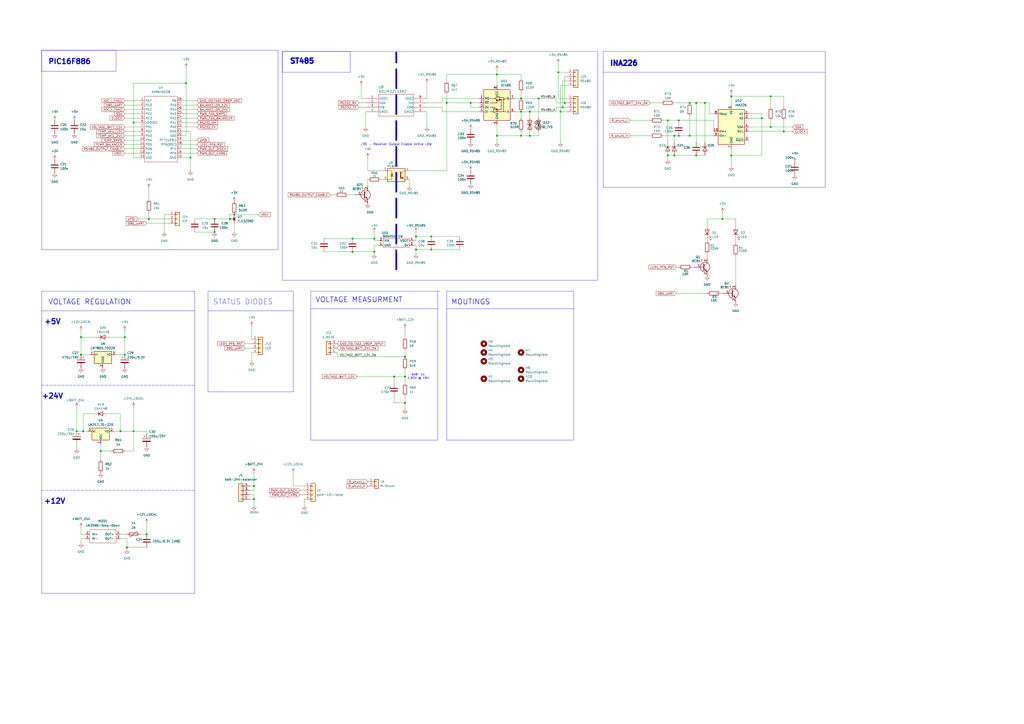
<source format=kicad_sch>
(kicad_sch (version 20231120) (generator "eeschema") (generator_version "8.0")
  (paper "A2")
  (junction (at 58.42 261.62))
  (junction (at 48.26 250.19))
  (junction (at 124.46 127))
  (junction (at 147.32 289.56))
  (junction (at 387.35 90.17))
  (junction (at 441.96 68.58))
  (junction (at 259.08 59.69))
  (junction (at 403.86 59.69))
  (junction (at 124.46 134.62))
  (junction (at 400.05 59.69))
  (junction (at 312.42 57.15))
  (junction (at 234.95 207.01))
  (junction (at 327.66 59.69))
  (junction (at 302.26 78.74))
  (junction (at 288.29 43.18))
  (junction (at 217.17 146.05))
  (junction (at 135.89 124.46))
  (junction (at 77.47 250.19))
  (junction (at 228.6 218.44))
  (junction (at 204.47 138.43))
  (junction (at 110.49 91.44))
  (junction (at 403.86 90.17))
  (junction (at 72.39 205.74))
  (junction (at 447.04 55.88))
  (junction (at 419.1 127))
  (junction (at 307.34 64.77))
  (junction (at 234.95 233.68))
  (junction (at 241.3 144.78))
  (junction (at 133.35 127))
  (junction (at 44.45 250.19))
  (junction (at 69.85 250.19))
  (junction (at 447.04 73.66))
  (junction (at 323.85 41.91))
  (junction (at 326.39 62.23))
  (junction (at 217.17 138.43))
  (junction (at 288.29 78.74))
  (junction (at 250.19 144.78))
  (junction (at 424.18 90.17))
  (junction (at 77.47 71.12))
  (junction (at 393.7 78.74))
  (junction (at 391.16 78.74))
  (junction (at 107.95 48.26))
  (junction (at 393.7 69.85))
  (junction (at 454.66 76.2))
  (junction (at 204.47 146.05))
  (junction (at 147.32 281.94))
  (junction (at 250.19 137.16))
  (junction (at 72.39 195.58))
  (junction (at 85.09 309.88))
  (junction (at 73.66 317.5))
  (junction (at 86.36 127))
  (junction (at 302.26 64.77))
  (junction (at 46.99 195.58))
  (junction (at 302.26 57.15))
  (junction (at 391.16 90.17))
  (junction (at 46.99 205.74))
  (junction (at 307.34 78.74))
  (junction (at 241.3 137.16))
  (junction (at 408.94 59.69))
  (junction (at 400.05 78.74))
  (junction (at 424.18 55.88))
  (junction (at 387.35 69.85))
  (junction (at 234.95 218.44))
  (junction (at 325.12 64.77))
  (junction (at 273.05 59.69))
  (wire (pts (xy 97.79 124.46) (xy 95.25 124.46)))
  (wire (pts (xy 410.21 147.32) (xy 410.21 149.86)))
  (wire (pts (xy 147.32 281.94) (xy 147.32 274.32)))
  (wire (pts (xy 147.32 289.56) (xy 147.32 293.37)))
  (wire (pts (xy 259.08 59.69) (xy 273.05 59.69)))
  (wire (pts (xy 447.04 55.88) (xy 447.04 62.23)))
  (wire (pts (xy 46.99 314.96) (xy 46.99 312.42)))
  (wire (pts (xy 408.94 59.69) (xy 408.94 82.55)))
  (wire (pts (xy 147.32 284.48) (xy 147.32 281.94)))
  (wire (pts (xy 81.28 86.36) (xy 72.39 86.36)))
  (wire (pts (xy 256.54 62.23) (xy 256.54 64.77)))
  (wire (pts (xy 424.18 54.61) (xy 424.18 55.88)))
  (wire (pts (xy 81.28 78.74) (xy 72.39 78.74)))
  (wire (pts (xy 419.1 127) (xy 410.21 127)))
  (wire (pts (xy 228.6 218.44) (xy 234.95 218.44)))
  (wire (pts (xy 73.66 312.42) (xy 69.85 312.42)))
  (wire (pts (xy 72.39 205.74) (xy 72.39 195.58)))
  (wire (pts (xy 424.18 55.88) (xy 447.04 55.88)))
  (wire (pts (xy 48.26 240.03) (xy 48.26 250.19)))
  (wire (pts (xy 411.48 59.69) (xy 408.94 59.69)))
  (wire (pts (xy 387.35 69.85) (xy 393.7 69.85)))
  (wire (pts (xy 176.53 284.48) (xy 173.99 284.48)))
  (wire (pts (xy 234.95 233.68) (xy 234.95 237.49)))
  (wire (pts (xy 322.58 62.23) (xy 322.58 64.77)))
  (wire (pts (xy 298.45 57.15) (xy 302.26 57.15)))
  (wire (pts (xy 410.21 138.43) (xy 410.21 139.7)))
  (wire (pts (xy 256.54 57.15) (xy 278.13 57.15)))
  (wire (pts (xy 241.3 139.7) (xy 241.3 137.16)))
  (polyline (pts (xy 161.29 29.21) (xy 161.29 144.78)))
  (wire (pts (xy 241.3 144.78) (xy 250.19 144.78)))
  (wire (pts (xy 328.93 44.45) (xy 327.66 44.45)))
  (wire (pts (xy 447.04 73.66) (xy 459.74 73.66)))
  (wire (pts (xy 228.6 218.44) (xy 228.6 222.25)))
  (wire (pts (xy 234.95 214.63) (xy 234.95 218.44)))
  (wire (pts (xy 81.28 88.9) (xy 72.39 88.9)))
  (wire (pts (xy 328.93 62.23) (xy 326.39 62.23)))
  (wire (pts (xy 237.49 104.14) (xy 237.49 107.95)))
  (wire (pts (xy 325.12 82.55) (xy 325.12 64.77)))
  (wire (pts (xy 411.48 66.04) (xy 411.48 59.69)))
  (wire (pts (xy 228.6 229.87) (xy 228.6 233.68)))
  (wire (pts (xy 72.39 66.04) (xy 81.28 66.04)))
  (wire (pts (xy 201.93 113.03) (xy 205.74 113.03)))
  (wire (pts (xy 377.19 59.69) (xy 383.54 59.69)))
  (wire (pts (xy 392.43 170.18) (xy 410.21 170.18)))
  (wire (pts (xy 114.3 86.36) (xy 105.41 86.36)))
  (wire (pts (xy 81.28 76.2) (xy 72.39 76.2)))
  (wire (pts (xy 146.05 204.47) (xy 146.05 209.55)))
  (wire (pts (xy 323.85 57.15) (xy 323.85 41.91)))
  (wire (pts (xy 58.42 261.62) (xy 58.42 266.7)))
  (wire (pts (xy 312.42 76.2) (xy 312.42 78.74)))
  (wire (pts (xy 62.23 240.03) (xy 69.85 240.03)))
  (wire (pts (xy 187.96 138.43) (xy 204.47 138.43)))
  (wire (pts (xy 302.26 64.77) (xy 307.34 64.77)))
  (wire (pts (xy 417.83 170.18) (xy 419.1 170.18)))
  (wire (pts (xy 434.34 73.66) (xy 447.04 73.66)))
  (wire (pts (xy 85.09 303.53) (xy 85.09 309.88)))
  (wire (pts (xy 69.85 240.03) (xy 69.85 250.19)))
  (wire (pts (xy 213.36 91.44) (xy 213.36 99.06)))
  (wire (pts (xy 391.16 78.74) (xy 393.7 78.74)))
  (polyline (pts (xy 97.79 144.78) (xy 161.29 144.78)))
  (wire (pts (xy 133.35 127) (xy 133.35 124.46)))
  (wire (pts (xy 387.35 69.85) (xy 387.35 82.55)))
  (wire (pts (xy 278.13 62.23) (xy 273.05 62.23)))
  (wire (pts (xy 302.26 53.34) (xy 302.26 57.15)))
  (wire (pts (xy 241.3 137.16) (xy 241.3 134.62)))
  (wire (pts (xy 325.12 49.53) (xy 328.93 49.53)))
  (polyline (pts (xy 254 255.27) (xy 254 168.91)))
  (wire (pts (xy 144.78 284.48) (xy 147.32 284.48)))
  (wire (pts (xy 247.65 62.23) (xy 256.54 62.23)))
  (wire (pts (xy 105.41 78.74) (xy 107.95 78.74)))
  (wire (pts (xy 273.05 59.69) (xy 278.13 59.69)))
  (wire (pts (xy 247.65 48.26) (xy 247.65 57.15)))
  (wire (pts (xy 114.3 68.58) (xy 105.41 68.58)))
  (wire (pts (xy 217.17 138.43) (xy 217.17 134.62)))
  (wire (pts (xy 80.01 127) (xy 86.36 127)))
  (wire (pts (xy 322.58 59.69) (xy 322.58 57.15)))
  (wire (pts (xy 77.47 91.44) (xy 77.47 71.12)))
  (wire (pts (xy 391.16 90.17) (xy 403.86 90.17)))
  (wire (pts (xy 133.35 124.46) (xy 135.89 124.46)))
  (wire (pts (xy 66.04 250.19) (xy 69.85 250.19)))
  (wire (pts (xy 85.09 250.19) (xy 77.47 250.19)))
  (wire (pts (xy 434.34 68.58) (xy 441.96 68.58)))
  (wire (pts (xy 54.61 240.03) (xy 48.26 240.03)))
  (wire (pts (xy 403.86 59.69) (xy 403.86 82.55)))
  (wire (pts (xy 144.78 289.56) (xy 147.32 289.56)))
  (wire (pts (xy 312.42 57.15) (xy 312.42 68.58)))
  (wire (pts (xy 325.12 64.77) (xy 328.93 64.77)))
  (wire (pts (xy 85.09 129.54) (xy 97.79 129.54)))
  (wire (pts (xy 69.85 250.19) (xy 77.47 250.19)))
  (wire (pts (xy 391.16 59.69) (xy 400.05 59.69)))
  (wire (pts (xy 46.99 195.58) (xy 55.88 195.58)))
  (wire (pts (xy 204.47 146.05) (xy 217.17 146.05)))
  (polyline (pts (xy 180.34 179.07) (xy 254 179.07)))
  (wire (pts (xy 114.3 81.28) (xy 105.41 81.28)))
  (wire (pts (xy 208.28 62.23) (xy 212.09 62.23)))
  (wire (pts (xy 217.17 147.32) (xy 217.17 146.05)))
  (wire (pts (xy 234.95 218.44) (xy 234.95 222.25)))
  (wire (pts (xy 307.34 78.74) (xy 302.26 78.74)))
  (wire (pts (xy 110.49 76.2) (xy 105.41 76.2)))
  (wire (pts (xy 259.08 99.06) (xy 237.49 99.06)))
  (wire (pts (xy 144.78 281.94) (xy 147.32 281.94)))
  (wire (pts (xy 50.8 250.19) (xy 48.26 250.19)))
  (wire (pts (xy 63.5 195.58) (xy 72.39 195.58)))
  (wire (pts (xy 77.47 71.12) (xy 77.47 48.26)))
  (wire (pts (xy 302.26 45.72) (xy 302.26 43.18)))
  (wire (pts (xy 414.02 66.04) (xy 411.48 66.04)))
  (wire (pts (xy 393.7 78.74) (xy 400.05 78.74)))
  (wire (pts (xy 217.17 146.05) (xy 217.17 142.24)))
  (wire (pts (xy 170.18 274.32) (xy 170.18 281.94)))
  (wire (pts (xy 325.12 64.77) (xy 325.12 49.53)))
  (wire (pts (xy 220.98 104.14) (xy 222.25 104.14)))
  (wire (pts (xy 191.77 113.03) (xy 194.31 113.03)))
  (wire (pts (xy 434.34 76.2) (xy 454.66 76.2)))
  (wire (pts (xy 81.28 81.28) (xy 72.39 81.28)))
  (wire (pts (xy 234.95 229.87) (xy 234.95 233.68)))
  (wire (pts (xy 217.17 139.7) (xy 217.17 138.43)))
  (wire (pts (xy 247.65 59.69) (xy 256.54 59.69)))
  (wire (pts (xy 213.36 99.06) (xy 222.25 99.06)))
  (wire (pts (xy 86.36 109.22) (xy 86.36 115.57)))
  (polyline (pts (xy 24.13 180.34) (xy 113.03 180.34)))
  (wire (pts (xy 81.28 73.66) (xy 72.39 73.66)))
  (wire (pts (xy 105.41 91.44) (xy 110.49 91.44)))
  (wire (pts (xy 302.26 78.74) (xy 288.29 78.74)))
  (wire (pts (xy 46.99 312.42) (xy 49.53 312.42)))
  (wire (pts (xy 365.76 69.85) (xy 377.19 69.85)))
  (polyline (pts (xy 24.13 284.48) (xy 113.03 284.48)) (stroke (width 0) (type dash)))
  (polyline (pts (xy 24.13 29.21) (xy 161.29 29.21)))
  (wire (pts (xy 81.28 63.5) (xy 72.39 63.5)))
  (wire (pts (xy 441.96 66.04) (xy 434.34 66.04)))
  (wire (pts (xy 176.53 293.37) (xy 176.53 289.56)))
  (wire (pts (xy 328.93 46.99) (xy 326.39 46.99)))
  (wire (pts (xy 401.32 154.94) (xy 402.59 154.94)))
  (polyline (pts (xy 194.31 100.33) (xy 194.31 100.33)))
  (wire (pts (xy 247.65 73.66) (xy 247.65 64.77)))
  (wire (pts (xy 454.66 55.88) (xy 454.66 62.23)))
  (wire (pts (xy 426.72 148.59) (xy 426.72 165.1)))
  (wire (pts (xy 403.86 59.69) (xy 400.05 59.69)))
  (wire (pts (xy 312.42 57.15) (xy 322.58 57.15)))
  (wire (pts (xy 107.95 39.37) (xy 107.95 48.26)))
  (wire (pts (xy 302.26 43.18) (xy 288.29 43.18)))
  (wire (pts (xy 170.18 281.94) (xy 176.53 281.94)))
  (wire (pts (xy 323.85 41.91) (xy 323.85 36.83)))
  (wire (pts (xy 234.95 190.5) (xy 234.95 195.58)))
  (wire (pts (xy 73.66 317.5) (xy 85.09 317.5)))
  (wire (pts (xy 105.41 63.5) (xy 114.3 63.5)))
  (wire (pts (xy 393.7 69.85) (xy 414.02 69.85)))
  (polyline (pts (xy 120.65 227.33) (xy 170.18 227.33)))
  (wire (pts (xy 85.09 251.46) (xy 85.09 250.19)))
  (wire (pts (xy 234.95 233.68) (xy 228.6 233.68)))
  (wire (pts (xy 81.28 60.96) (xy 72.39 60.96)))
  (wire (pts (xy 72.39 68.58) (xy 81.28 68.58)))
  (wire (pts (xy 81.28 58.42) (xy 72.39 58.42)))
  (wire (pts (xy 259.08 43.18) (xy 288.29 43.18)))
  (wire (pts (xy 81.28 91.44) (xy 77.47 91.44)))
  (wire (pts (xy 77.47 48.26) (xy 107.95 48.26)))
  (wire (pts (xy 110.49 91.44) (xy 110.49 76.2)))
  (wire (pts (xy 288.29 40.64) (xy 288.29 43.18)))
  (wire (pts (xy 58.42 261.62) (xy 58.42 257.81)))
  (wire (pts (xy 113.03 134.62) (xy 124.46 134.62)))
  (wire (pts (xy 241.3 147.32) (xy 241.3 144.78)))
  (wire (pts (xy 195.58 207.01) (xy 195.58 204.47)))
  (wire (pts (xy 365.76 78.74) (xy 377.19 78.74)))
  (wire (pts (xy 195.58 207.01) (xy 234.95 207.01)))
  (wire (pts (xy 113.03 127) (xy 124.46 127)))
  (wire (pts (xy 208.28 59.69) (xy 212.09 59.69)))
  (polyline (pts (xy 170.18 168.91) (xy 120.65 168.91)))
  (wire (pts (xy 454.66 69.85) (xy 454.66 76.2)))
  (wire (pts (xy 447.04 69.85) (xy 447.04 73.66)))
  (polyline (pts (xy 349.885 41.91) (xy 478.79 41.91)))
  (wire (pts (xy 447.04 55.88) (xy 454.66 55.88)))
  (wire (pts (xy 213.36 107.95) (xy 213.36 104.14)))
  (wire (pts (xy 86.36 127) (xy 97.79 127)))
  (wire (pts (xy 400.05 67.31) (xy 400.05 78.74)))
  (wire (pts (xy 147.32 287.02) (xy 147.32 289.56)))
  (wire (pts (xy 424.18 86.36) (xy 424.18 90.17)))
  (wire (pts (xy 81.28 309.88) (xy 85.09 309.88)))
  (wire (pts (xy 392.43 154.94) (xy 393.7 154.94)))
  (wire (pts (xy 44.45 250.19) (xy 44.45 236.22)))
  (wire (pts (xy 387.35 92.71) (xy 387.35 90.17)))
  (wire (pts (xy 323.85 41.91) (xy 328.93 41.91)))
  (wire (pts (xy 307.34 76.2) (xy 307.34 78.74)))
  (wire (pts (xy 250.19 137.16) (xy 266.7 137.16)))
  (wire (pts (xy 302.26 64.77) (xy 302.26 68.58)))
  (polyline (pts (xy 24.13 223.52) (xy 113.03 223.52)) (stroke (width 0) (type dash)))
  (wire (pts (xy 77.47 71.12) (xy 81.28 71.12)))
  (wire (pts (xy 49.53 309.88) (xy 46.99 309.88)))
  (wire (pts (xy 326.39 46.99) (xy 326.39 62.23)))
  (wire (pts (xy 52.07 205.74) (xy 46.99 205.74)))
  (wire (pts (xy 424.18 90.17) (xy 424.18 96.52)))
  (wire (pts (xy 77.47 250.19) (xy 77.47 236.22)))
  (wire (pts (xy 146.05 189.23) (xy 146.05 196.85)))
  (wire (pts (xy 114.3 73.66) (xy 105.41 73.66)))
  (wire (pts (xy 46.99 309.88) (xy 46.99 306.07)))
  (wire (pts (xy 204.47 138.43) (xy 217.17 138.43)))
  (polyline (pts (xy 120.65 180.34) (xy 170.18 180.34)))
  (wire (pts (xy 424.18 55.88) (xy 424.18 60.96)))
  (wire (pts (xy 241.3 137.16) (xy 250.19 137.16)))
  (polyline (pts (xy 180.34 255.27) (xy 254 255.27)))
  (polyline (pts (xy 24.13 144.78) (xy 24.13 29.21)))
  (wire (pts (xy 209.55 57.15) (xy 209.55 49.53)))
  (polyline (pts (xy 259.08 179.07) (xy 332.74 179.07)))
  (wire (pts (xy 105.41 83.82) (xy 114.3 83.82)))
  (wire (pts (xy 288.29 43.18) (xy 288.29 49.53)))
  (wire (pts (xy 135.89 129.54) (xy 135.89 134.62)))
  (wire (pts (xy 46.99 205.74) (xy 46.99 195.58)))
  (wire (pts (xy 212.09 57.15) (xy 209.55 57.15)))
  (polyline (pts (xy 229.87 156.21) (xy 229.87 30.48)) (stroke (width 1) (type dash)))
  (wire (pts (xy 307.34 64.77) (xy 322.58 64.77)))
  (polyline (pts (xy 254 168.91) (xy 180.34 168.91)))
  (wire (pts (xy 73.66 317.5) (xy 73.66 318.77)))
  (wire (pts (xy 207.01 218.44) (xy 228.6 218.44)))
  (wire (pts (xy 64.77 261.62) (xy 58.42 261.62)))
  (wire (pts (xy 273.05 62.23) (xy 273.05 59.69)))
  (wire (pts (xy 250.19 144.78) (xy 266.7 144.78)))
  (wire (pts (xy 426.72 127) (xy 426.72 130.81)))
  (wire (pts (xy 424.18 90.17) (xy 441.96 90.17)))
  (wire (pts (xy 107.95 48.26) (xy 107.95 78.74)))
  (polyline (pts (xy 120.65 227.33) (xy 120.65 168.91)))
  (wire (pts (xy 410.21 127) (xy 410.21 130.81)))
  (wire (pts (xy 219.71 139.7) (xy 217.17 139.7)))
  (wire (pts (xy 77.47 261.62) (xy 77.47 250.19)))
  (wire (pts (xy 212.09 73.66) (xy 212.09 64.77)))
  (wire (pts (xy 419.1 127) (xy 426.72 127)))
  (wire (pts (xy 241.3 144.78) (xy 241.3 142.24)))
  (wire (pts (xy 72.39 195.58) (xy 72.39 191.77)))
  (wire (pts (xy 298.45 64.77) (xy 302.26 64.77)))
  (wire (pts (xy 384.81 78.74) (xy 391.16 78.74)))
  (wire (pts (xy 124.46 127) (xy 133.35 127)))
  (wire (pts (xy 217.17 142.24) (xy 219.71 142.24)))
  (wire (pts (xy 135.89 124.46) (xy 149.86 124.46)))
  (wire (pts (xy 393.7 69.85) (xy 393.7 71.12)))
  (wire (pts (xy 384.81 69.85) (xy 387.35 69.85)))
  (wire (pts (xy 426.72 138.43) (xy 426.72 140.97)))
  (wire (pts (xy 86.36 123.19) (xy 86.36 127)))
  (wire (pts (xy 454.66 76.2) (xy 459.74 76.2)))
  (wire (pts (xy 73.66 312.42) (xy 73.66 317.5)))
  (wire (pts (xy 95.25 124.46) (xy 95.25 134.62)))
  (wire (pts (xy 312.42 78.74) (xy 307.34 78.74)))
  (wire (pts (xy 259.08 46.99) (xy 259.08 43.18)))
  (wire (pts (xy 328.93 59.69) (xy 327.66 59.69)))
  (wire (pts (xy 400.05 78.74) (xy 414.02 78.74)))
  (wire (pts (xy 391.16 78.74) (xy 391.16 82.55)))
  (wire (pts (xy 110.49 99.06) (xy 110.49 91.44)))
  (wire (pts (xy 142.24 199.39) (xy 146.05 199.39)))
  (wire (pts (xy 327.66 44.45) (xy 327.66 59.69)))
  (wire (pts (xy 105.41 60.96) (xy 114.3 60.96)))
  (polyline (pts (xy 170.18 227.33) (xy 170.18 168.91)))
  (polyline (pts (xy 180.34 168.91) (xy 180.34 255.27)))
  (wire (pts (xy 72.39 261.62) (xy 77.47 261.62)))
  (wire (pts (xy 408.94 59.69) (xy 403.86 59.69)))
  (wire (pts (xy 387.35 90.17) (xy 391.16 90.17)))
  (polyline (pts (xy 254 168.91) (xy 255.27 168.91)))
  (wire (pts (xy 441.96 90.17) (xy 441.96 68.58)))
  (wire (pts (xy 441.96 68.58) (xy 441.96 66.04)))
  (wire (pts (xy 81.28 83.82) (xy 72.39 83.82)))
  (wire (pts (xy 241.3 142.24) (xy 240.03 142.24)))
  (wire (pts (xy 67.31 205.74) (xy 72.39 205.74)))
  (wire (pts (xy 302.26 57.15) (xy 312.42 57.15)))
  (wire (pts (xy 256.54 59.69) (xy 256.54 57.15)))
  (wire (pts (xy 419.1 123.19) (xy 419.1 127)))
  (wire (pts (xy 326.39 62.23) (xy 322.58 62.23)))
  (wire (pts (xy 256.54 64.77) (xy 278.13 64.77)))
  (polyline (pts (xy 24.13 144.78) (xy 97.79 144.78)))
  (wire (pts (xy 327.66 59.69) (xy 322.58 59.69)))
  (wire (pts (xy 403.86 90.17) (xy 408.94 90.17)))
  (wire (pts (xy 234.95 203.2) (xy 234.95 207.01)))
  (wire (pts (xy 176.53 287.02) (xy 173.99 287.02)))
  (wire (pts (xy 414.02 69.85) (xy 414.02 76.2)))
  (wire (pts (xy 240.03 139.7) (xy 241.3 139.7)))
  (wire (pts (xy 259.08 59.69) (xy 259.08 99.06)))
  (wire (pts (xy 144.78 287.02) (xy 147.32 287.02)))
  (wire (pts (xy 187.96 146.05) (xy 204.47 146.05)))
  (wire (pts (xy 259.08 54.61) (xy 259.08 59.69)))
  (wire (pts (xy 288.29 72.39) (xy 288.29 78.74)))
  (wire (pts (xy 328.93 57.15) (xy 323.85 57.15)))
  (wire (pts (xy 142.24 201.93) (xy 146.05 201.93)))
  (wire (pts (xy 48.26 250.19) (xy 44.45 250.19)))
  (wire (pts (xy 105.41 66.04) (xy 114.3 66.04)))
  (wire (pts (xy 46.99 195.58) (xy 46.99 191.77)))
  (wire (pts (xy 114.3 58.42) (xy 105.41 58.42)))
  (wire (pts (xy 288.29 78.74) (xy 288.29 82.55)))
  (wire (pts (xy 69.85 309.88) (xy 73.66 309.88)))
  (wire (pts (xy 114.3 88.9) (xy 105.41 88.9)))
  (wire (pts (xy 302.26 76.2) (xy 302.26 78.74)))
  (wire (pts (xy 307.34 64.77) (xy 307.34 68.58)))
  (wire (pts (xy 114.3 71.12) (xy 105.41 71.12)))
  (wire (pts (xy 44.45 257.81) (xy 44.45 260.35)))
  (rectangle (start 259.08 168.91) (end 332.74 255.27))
  (rectangle (start 163.83 29.845) (end 346.71 162.56))
  (rectangle (start 24.13 29.21) (end 67.31 41.275))
  (rectangle (start 163.83 29.845) (end 203.2 41.91))
  (rectangle (start 349.885 29.845) (end 478.79 108.585))
  (rectangle (start 24.13 168.91) (end 113.03 344.17))
  (text "+24V" (at 30.48 229.87 0) (effects (font (size 3 3) (bold yes))))
  (text "6k8  1k\n1,92V @ 15V" (at 242.57 218.44 0) (effects (font (size 1.27 1.27))))
  (text "INA226\n" (at 361.95 36.83 0) (effects (font (size 3 3) (thickness 0.8) (bold yes))))
  (text "+12V" (at 31.75 290.83 0) (effects (font (size 3 3) (bold yes))))
  (text "+5V" (at 30.48 186.69 0) (effects (font (size 3 3) (bold yes))))
  (text "PIC16F886" (at 40.386 35.814 0) (effects (font (size 3 3) (thickness 0.6) (bold yes))))
  (text "MOUTINGS" (at 273.05 175.26 0) (effects (font (size 3 3) (thickness 0.254) (bold yes))))
  (text "VOLTAGE MEASURMENT" (at 208.28 173.99 0) (effects (font (size 3 3) (thickness 0.254) (bold yes))))
  (text "ST485" (at 175.26 35.56 0) (effects (font (size 3 3) (thickness 0.8) (bold yes))))
  (text "VOLTAGE REGULATION" (at 52.07 175.26 0) (effects (font (size 3 3) (thickness 0.254) (bold yes))))
  (text "/RE - Receiver Output Enable Active LOW" (at 229.87 83.82 0) (effects (font (size 1.27 1.27))))
  (text "STATUS DIODES" (at 140.97 175.26 0) (effects (font (size 3 3))))
  (label "RS485_A" (at 313.69 64.77 0))
  (label "RS485_B" (at 313.69 57.15 0))
  (label "VOLTAGE_BATT_12V_3W" (at 196.85 207.01 0))
  (global_label "R_shunt_L" (shape input) (at 365.76 69.85 180) (property "Intersheetrefs" "${INTERSHEET_REFS}" (effects (hide yes))))
  (global_label "VOLTAGE_BATT_12V" (shape input) (at 207.01 218.44 180) (property "Intersheetrefs" "${INTERSHEET_REFS}" (effects (hide yes))))
  (global_label "DBG_UART" (shape input) (at 392.43 170.18 180) (property "Intersheetrefs" "${INTERSHEET_REFS}" (effects (hide yes))))
  (global_label "TEMP_AKU_12V" (shape input) (at 72.39 76.2 180) (property "Intersheetrefs" "${INTERSHEET_REFS}" (effects (hide yes))))
  (global_label "PWM_FAN_SMPS" (shape input) (at 114.3 66.04 0) (property "Intersheetrefs" "${INTERSHEET_REFS}" (effects (hide yes))))
  (global_label "RS232_RX" (shape input) (at 208.28 59.69 180) (property "Intersheetrefs" "${INTERSHEET_REFS}" (effects (hide yes))))
  (global_label "ADC_I_FAN1" (shape input) (at 72.39 58.42 180) (property "Intersheetrefs" "${INTERSHEET_REFS}" (effects (hide yes))))
  (global_label "TEMP_AKU_24V" (shape input) (at 72.39 78.74 180) (property "Intersheetrefs" "${INTERSHEET_REFS}" (effects (hide yes))))
  (global_label "SDA" (shape input) (at 459.74 73.66 0) (property "Intersheetrefs" "${INTERSHEET_REFS}" (effects (hide yes))))
  (global_label "PWM_OUT_CHRG" (shape input) (at 114.3 88.9 0) (property "Intersheetrefs" "${INTERSHEET_REFS}" (effects (hide yes))))
  (global_label "SDA" (shape input) (at 72.39 66.04 180) (property "Intersheetrefs" "${INTERSHEET_REFS}" (effects (hide yes))))
  (global_label "PWM_OUT_DISCH" (shape input) (at 173.99 284.48 180) (property "Intersheetrefs" "${INTERSHEET_REFS}" (effects (hide yes))))
  (global_label "R_shunt_H" (shape input) (at 365.76 78.74 180) (property "Intersheetrefs" "${INTERSHEET_REFS}" (effects (hide yes))))
  (global_label "VOLTAGE_BATT_12V" (shape input) (at 72.39 73.66 180) (property "Intersheetrefs" "${INTERSHEET_REFS}" (effects (hide yes))))
  (global_label "BALANCE_ON_12V" (shape input) (at 114.3 60.96 0) (property "Intersheetrefs" "${INTERSHEET_REFS}" (effects (hide yes))))
  (global_label "LED1_PF6_RST" (shape input) (at 142.24 199.39 180) (property "Intersheetrefs" "${INTERSHEET_REFS}" (effects (hide yes))))
  (global_label "GND_VOLTAGE_DROP_ADC" (shape input) (at 114.3 58.42 0) (property "Intersheetrefs" "${INTERSHEET_REFS}" (effects (hide yes))))
  (global_label "CLOCK" (shape input) (at 459.74 76.2 0) (property "Intersheetrefs" "${INTERSHEET_REFS}" (effects (hide yes))))
  (global_label "R_shunt_L" (shape input) (at 213.36 279.4 180) (property "Intersheetrefs" "${INTERSHEET_REFS}" (effects (hide yes))))
  (global_label "LED1_PF6_RST" (shape input) (at 114.3 83.82 0) (property "Intersheetrefs" "${INTERSHEET_REFS}" (effects (hide yes))))
  (global_label "TEMP_SMPS" (shape input) (at 72.39 81.28 180) (property "Intersheetrefs" "${INTERSHEET_REFS}" (effects (hide yes))))
  (global_label "RS485_OUTPUT_ENABLE" (shape input) (at 191.77 113.03 180) (property "Intersheetrefs" "${INTERSHEET_REFS}" (effects (hide yes))))
  (global_label "RS232_TX" (shape input) (at 208.28 62.23 180) (property "Intersheetrefs" "${INTERSHEET_REFS}" (effects (hide yes))))
  (global_label "DBG_UART" (shape input) (at 142.24 201.93 180) (property "Intersheetrefs" "${INTERSHEET_REFS}" (effects (hide yes))))
  (global_label "GND_VOLTAGE_DROP_INPUT" (shape input) (at 195.58 199.39 0) (property "Intersheetrefs" "${INTERSHEET_REFS}" (effects (hide yes))))
  (global_label "DBG_UART" (shape input) (at 72.39 60.96 180) (property "Intersheetrefs" "${INTERSHEET_REFS}" (effects (hide yes))))
  (global_label "VOLTAGE_BATT_24V_3W" (shape input) (at 377.19 59.69 180) (property "Intersheetrefs" "${INTERSHEET_REFS}" (effects (hide yes))))
  (global_label "ADC_I_FAN2" (shape input) (at 72.39 63.5 180) (property "Intersheetrefs" "${INTERSHEET_REFS}" (effects (hide yes))))
  (global_label "PWM_OUT_DISCH" (shape input) (at 114.3 86.36 0) (property "Intersheetrefs" "${INTERSHEET_REFS}" (effects (hide yes))))
  (global_label "PWM_OUT_CHRG" (shape input) (at 173.99 287.02 180) (property "Intersheetrefs" "${INTERSHEET_REFS}" (effects (hide yes))))
  (global_label "LED1_PF6_RST" (shape input) (at 392.43 154.94 180) (property "Intersheetrefs" "${INTERSHEET_REFS}" (effects (hide yes))))
  (global_label "R_shunt_H" (shape input) (at 213.36 281.94 180) (property "Intersheetrefs" "${INTERSHEET_REFS}" (effects (hide yes))))
  (global_label "CLOCK" (shape input) (at 72.39 68.58 180) (property "Intersheetrefs" "${INTERSHEET_REFS}" (effects (hide yes))))
  (global_label "UPDI" (shape input) (at 114.3 81.28 0) (property "Intersheetrefs" "${INTERSHEET_REFS}" (effects (hide yes))))
  (global_label "RS232_RX" (shape input) (at 114.3 71.12 0) (property "Intersheetrefs" "${INTERSHEET_REFS}" (effects (hide yes))))
  (global_label "BALANCE_ON_24V" (shape input) (at 114.3 63.5 0) (property "Intersheetrefs" "${INTERSHEET_REFS}" (effects (hide yes))))
  (global_label "RS232_TX" (shape input) (at 114.3 73.66 0) (property "Intersheetrefs" "${INTERSHEET_REFS}" (effects (hide yes))))
  (global_label "UPDI" (shape input) (at 80.01 127 180) (property "Intersheetrefs" "${INTERSHEET_REFS}" (effects (hide yes))))
  (global_label "DBG_UART" (shape input) (at 85.09 129.54 180) (property "Intersheetrefs" "${INTERSHEET_REFS}" (effects (hide yes))))
  (global_label "VOLTAGE_BATT_24V_3W" (shape input) (at 195.58 201.93 0) (property "Intersheetrefs" "${INTERSHEET_REFS}" (effects (hide yes))))
  (global_label "VREF" (shape input) (at 149.86 124.46 0) (property "Intersheetrefs" "${INTERSHEET_REFS}" (effects (hide yes))))
  (global_label "PWM_FAN_BALANCER" (shape input) (at 114.3 68.58 0) (property "Intersheetrefs" "${INTERSHEET_REFS}" (effects (hide yes))))
  (global_label "TEMP_BALANCER" (shape input) (at 72.39 83.82 180) (property "Intersheetrefs" "${INTERSHEET_REFS}" (effects (hide yes))))
  (global_label "VREF" (shape input) (at 72.39 88.9 180) (property "Intersheetrefs" "${INTERSHEET_REFS}" (effects (hide yes))))
  (global_label "RS485_OUTPUT_ENABLE" (shape input) (at 72.39 86.36 180) (property "Intersheetrefs" "${INTERSHEET_REFS}" (effects (hide yes))))
  (symbol (lib_id "Transistor_BJT:BC817") (at 210.82 113.03 0) (unit 1)
    (property "Reference" "Q21" (at 206.756 107.188 0) (effects (justify left)))
    (property "Value" "BC817" (at 204.47 109.474 0) (effects (justify left)))
    (property "Footprint" "Package_TO_SOT_SMD:SOT-23" (effects (hide yes)))
    (property "Datasheet" "http://www.fairchildsemi.com/ds/BC/BC817.pdf" (effects (hide yes)))
  )
  (symbol (lib_id "power:GND") (at 31.75 77.47 0) (unit 1)
    (property "Reference" "#PWR068" (effects (hide yes)))
    (property "Value" "GND" (at 31.75 82.55 0))
    (property "Description" "Power symbol creates a global label with name \"GND\" , ground" (effects (hide yes)))
  )
  (symbol (lib_id "power:GND") (at 58.42 274.32 0) (unit 1)
    (property "Reference" "#PWR090" (effects (hide yes)))
    (property "Value" "GND" (at 58.42 279.4 0))
    (property "Description" "Power symbol creates a global label with name \"GND\" , ground" (effects (hide yes)))
  )
  (symbol (lib_id "Device:C") (at 85.09 313.69 0) (unit 1)
    (property "Reference" "C24" (at 78.74 312.928 0) (effects (justify left)))
    (property "Value" "100u/6,3V (JA8)" (at 88.392 313.944 0) (effects (justify left)))
    (property "Footprint" "Capacitor_Tantalum_SMD:CP_EIA-3528-21_Kemet-B" (effects (hide yes)))
    (property "Description" "VISHAY TMCU SMD CODE JA8" (effects (hide yes)))
  )
  (symbol (lib_id "Device:R") (at 447.04 66.04 0) (unit 1)
    (property "Reference" "R75" (at 449.58 64.7699 0) (effects (justify left)))
    (property "Value" "10k" (at 449.58 67.3099 0) (effects (justify left)))
    (property "Footprint" "Resistor_SMD:R_0805_2012Metric_Pad1.20x1.40mm_HandSolder" (effects (hide yes)))
    (property "Description" "Resistor" (effects (hide yes)))
  )
  (symbol (lib_id "Device:R") (at 234.95 210.82 0) (unit 1)
    (property "Reference" "R59" (at 237.49 209.5499 0) (effects (justify left)))
    (property "Value" "6k8" (at 237.49 212.0899 0) (effects (justify left)))
    (property "Footprint" "Resistor_SMD:R_0805_2012Metric_Pad1.20x1.40mm_HandSolder" (effects (hide yes)))
    (property "Description" "Resistor" (effects (hide yes)))
  )
  (symbol (lib_id "Device:R") (at 259.08 50.8 0) (unit 1)
    (property "Reference" "R67" (at 261.62 49.5299 0) (effects (justify left)))
    (property "Value" "4k7" (at 261.62 52.0699 0) (effects (justify left)))
    (property "Footprint" "Resistor_SMD:R_0805_2012Metric_Pad1.20x1.40mm_HandSolder" (effects (hide yes)))
    (property "Description" "Resistor" (effects (hide yes)))
  )
  (symbol (lib_id "power:+5V") (at 146.05 189.23 0) (unit 1)
    (property "Reference" "#PWR075" (effects (hide yes)))
    (property "Value" "+5V" (at 146.05 184.15 0))
    (property "Description" "Power symbol creates a global label with name \"+5V\"" (effects (hide yes)))
  )
  (symbol (lib_id "Device:R") (at 400.05 63.5 180) (unit 1)
    (property "Reference" "R74" (at 394.208 62.23 0) (effects (justify right)))
    (property "Value" "0R" (at 394.208 64.77 0) (effects (justify right)))
    (property "Footprint" "Resistor_SMD:R_0805_2012Metric_Pad1.20x1.40mm_HandSolder" (effects (hide yes)))
    (property "Description" "Resistor" (effects (hide yes)))
  )
  (symbol (lib_id "power:GND") (at 59.69 213.36 0) (unit 1)
    (property "Reference" "#PWR091" (effects (hide yes)))
    (property "Value" "GND" (at 59.69 218.44 0))
    (property "Description" "Power symbol creates a global label with name \"GND\" , ground" (effects (hide yes)))
  )
  (symbol (lib_id "power:GND") (at 387.35 92.71 0) (unit 1)
    (property "Reference" "#PWR0117" (effects (hide yes)))
    (property "Value" "GND" (at 387.35 97.79 0))
    (property "Description" "Power symbol creates a global label with name \"GND\" , ground" (effects (hide yes)))
  )
  (symbol (lib_id "Device:R") (at 414.02 170.18 270) (unit 1)
    (property "Reference" "R3" (at 415.798 172.212 90) (effects (justify right)))
    (property "Value" "10K" (at 416.052 174.244 90) (effects (justify right)))
    (property "Footprint" "Resistor_SMD:R_0805_2012Metric_Pad1.20x1.40mm_HandSolder" (effects (hide yes)))
    (property "Description" "Resistor" (effects (hide yes)))
  )
  (symbol (lib_id "Diode:PTVS5V0Z1USK") (at 408.94 86.36 90) (mirror x) (unit 1)
    (property "Reference" "D25" (at 410.464 84.328 90) (effects (justify right)))
    (property "Value" "PTVS5V0Z1USK" (effects (hide yes)))
    (property "Footprint" "Diode_SMD:D_SOD-123" (effects (hide yes)))
    (property "Datasheet" "https://assets.nexperia.com/documents/data-sheet/PTVS5V0Z1USK.pdf" (effects (hide yes)))
    (property "Description" "5V, 1200W TVS unidirectional diode, DSN1608-2" (effects (hide yes)))
  )
  (symbol (lib_id "power:GND") (at 288.29 82.55 0) (unit 1)
    (property "Reference" "#PWR0114" (effects (hide yes)))
    (property "Value" "GND_RS485" (at 288.29 87.63 0))
    (property "Description" "Power symbol creates a global label with name \"GND\" , ground" (effects (hide yes)))
  )
  (symbol (lib_id "power:GND") (at 95.25 134.62 0) (unit 1)
    (property "Reference" "#PWR082" (effects (hide yes)))
    (property "Value" "GND" (at 95.25 139.7 0))
    (property "Description" "Power symbol creates a global label with name \"GND\" , ground" (effects (hide yes)))
  )
  (symbol (lib_id "Reference_Voltage:TL432DBZ") (at 135.89 127 90) (unit 1)
    (property "Reference" "U7" (at 137.668 125.7878 90) (effects (justify right)))
    (property "Value" "TL432DBZ" (at 137.668 128.2121 90) (effects (justify right)))
    (property "Footprint" "Package_TO_SOT_SMD:SOT-23" (effects (hide yes)))
    (property "Datasheet" "http://www.ti.com/lit/ds/symlink/tl431.pdf" (effects (hide yes)))
    (property "Description" "Shunt Regulator, SOT-23" (effects (hide yes)))
  )
  (symbol (lib_id "power:GND") (at 213.36 118.11 0) (unit 1)
    (property "Reference" "#PWR0101" (effects (hide yes)))
    (property "Value" "GND" (at 214.63 123.19 0))
    (property "Description" "Power symbol creates a global label with name \"GND\" , ground" (effects (hide yes)))
  )
  (symbol (lib_id "power:GND") (at 410.21 160.02 0) (unit 1)
    (property "Reference" "#PWR05" (effects (hide yes)))
    (property "Value" "GND" (at 410.21 165.1 0))
    (property "Description" "Power symbol creates a global label with name \"GND\" , ground" (effects (hide yes)))
  )
  (symbol (lib_id "power:GND") (at 176.53 293.37 0) (unit 1)
    (property "Reference" "#PWR04" (effects (hide yes)))
    (property "Value" "GND" (at 176.53 297.434 0))
    (property "Description" "Power symbol creates a global label with name \"GND\" , ground" (effects (hide yes)))
  )
  (symbol (lib_id "My-Lib:B0505S-1W") (at 229.87 140.97 0) (unit 1)
    (property "Reference" "U10" (at 223.266 135.128 0))
    (property "Value" "B0505S-1W" (at 227.838 137.16 0))
    (property "Footprint" "My-Footprints:B0505S" (effects (hide yes)))
  )
  (symbol (lib_id "Device:R") (at 454.66 66.04 0) (unit 1)
    (property "Reference" "R76" (at 457.2 64.7699 0) (effects (justify left)))
    (property "Value" "10k" (at 457.2 67.3099 0) (effects (justify left)))
    (property "Footprint" "Resistor_SMD:R_0805_2012Metric_Pad1.20x1.40mm_HandSolder" (effects (hide yes)))
    (property "Description" "Resistor" (effects (hide yes)))
  )
  (symbol (lib_id "Mechanical:MountingHole") (at 280.67 209.55 0) (unit 1) (exclude_from_sim yes) (in_bom no)
    (property "Reference" "H3" (at 283.21 208.2799 0) (effects (justify left)))
    (property "Value" "MountingHole" (at 283.21 210.8199 0) (effects (justify left)))
    (property "Footprint" "My-Footprints:Mount-Hole-3mm" (effects (hide yes)))
    (property "Description" "Mounting Hole without connection" (effects (hide yes)))
  )
  (symbol (lib_id "Connector_Generic:Conn_01x03") (at 102.87 127 0) (unit 1)
    (property "Reference" "J14" (at 105.41 125.7299 0) (effects (justify left)))
    (property "Value" "ICP" (at 105.41 128.2699 0) (effects (justify left)))
    (property "Footprint" "My-Footprints-connectors:JST_XA_1x03_P2.54mm_Vertical" (effects (hide yes)))
    (property "Description" "Generic connector, single row, 01x03, script generated (kicad-library-utils/schlib/autogen/connector/)" (effects (hide yes)))
  )
  (symbol (lib_id "Interface_UART:ST485EBDR") (at 288.29 59.69 0) (unit 1)
    (property "Reference" "U11" (at 290.4841 46.99 0) (effects (justify left)))
    (property "Value" "ST485" (at 290.4841 49.53 0) (effects (justify left)))
    (property "Footprint" "Package_SO:SOIC-8_3.9x4.9mm_P1.27mm" (effects (hide yes)))
    (property "Datasheet" "http://www.st.com/resource/en/datasheet/st485eb.pdf" (effects (hide yes)))
    (property "Description" "Half duplex RS-485/RS-422, 5 Mbps, ±15kV electro-static discharge (ESD) protection, no slew-rate, with low-power shutdown, with receiver/driver enable, 256 transceiver on the bus - 40 to 85 °C, SOIC-8" (effects (hide yes)))
  )
  (symbol (lib_id "power:GND") (at 44.45 260.35 0) (unit 1)
    (property "Reference" "#PWR086" (effects (hide yes)))
    (property "Value" "GND" (at 44.45 265.43 0))
    (property "Description" "Power symbol creates a global label with name \"GND\" , ground" (effects (hide yes)))
  )
  (symbol (lib_id "power:GND") (at 110.49 99.06 0) (unit 1)
    (property "Reference" "#PWR084" (effects (hide yes)))
    (property "Value" "GND" (at 110.49 104.14 0))
    (property "Description" "Power symbol creates a global label with name \"GND\" , ground" (effects (hide yes)))
  )
  (symbol (lib_id "Device:C") (at 266.7 140.97 0) (unit 1)
    (property "Reference" "C39" (at 259.08 139.954 0) (effects (justify left)))
    (property "Value" "100n" (at 259.08 142.24 0) (effects (justify left)))
    (property "Footprint" "Capacitor_SMD:C_0805_2012Metric_Pad1.18x1.45mm_HandSolder" (effects (hide yes)))
    (property "Description" "Unpolarized capacitor" (effects (hide yes)))
  )
  (symbol (lib_id "Device:C") (at 31.75 73.66 0) (unit 1)
    (property "Reference" "C20" (at 34.798 72.39 0) (effects (justify left)))
    (property "Value" "100n" (at 34.798 74.93 0) (effects (justify left)))
    (property "Footprint" "Capacitor_SMD:C_0805_2012Metric_Pad1.18x1.45mm_HandSolder" (effects (hide yes)))
    (property "Description" "Unpolarized capacitor" (effects (hide yes)))
  )
  (symbol (lib_id "Device:C_Polarized") (at 85.09 255.27 0) (unit 1)
    (property "Reference" "C30" (at 86.36 250.444 0) (effects (justify left)))
    (property "Value" "100u/25V" (at 86.36 252.984 0) (effects (justify left)))
    (property "Footprint" "Capacitor_THT:CP_Radial_D8.0mm_P2.50mm" (effects (hide yes)))
    (property "Description" "Polarized capacitor" (effects (hide yes)))
  )
  (symbol (lib_id "Device:R") (at 381 78.74 90) (unit 1)
    (property "Reference" "R72" (at 381 73.5795 90))
    (property "Value" "10R" (at 381 76.0038 90))
    (property "Footprint" "Resistor_SMD:R_0805_2012Metric_Pad1.20x1.40mm_HandSolder" (effects (hide yes)))
    (property "Description" "Resistor" (effects (hide yes)))
  )
  (symbol (lib_id "Diode:1N4148") (at 58.42 240.03 0) (unit 1)
    (property "Reference" "D19" (at 58.42 234.6155 0))
    (property "Value" "1N4148" (at 58.42 237.0398 0))
    (property "Footprint" "Diode_SMD:D_MiniMELF" (effects (hide yes)))
    (property "Datasheet" "https://assets.nexperia.com/documents/data-sheet/1N4148_1N4448.pdf" (effects (hide yes)))
    (property "Description" "100V 0.15A standard switching diode, DO-35" (effects (hide yes)))
    (property "Sim.Device" "D" (effects (hide yes)))
    (property "Sim.Pins" "1=K 2=A" (effects (hide yes)))
  )
  (symbol (lib_id "power:GND") (at 461.01 101.6 0) (unit 1)
    (property "Reference" "#PWR0121" (effects (hide yes)))
    (property "Value" "GND" (at 461.01 106.68 0))
    (property "Description" "Power symbol creates a global label with name \"GND\" , ground" (effects (hide yes)))
  )
  (symbol (lib_id "Device:R") (at 397.51 154.94 270) (unit 1)
    (property "Reference" "R1" (at 399.288 157.226 90) (effects (justify right)))
    (property "Value" "10K" (at 399.542 159.004 90) (effects (justify right)))
    (property "Footprint" "Resistor_SMD:R_0805_2012Metric_Pad1.20x1.40mm_HandSolder" (effects (hide yes)))
    (property "Description" "Resistor" (effects (hide yes)))
  )
  (symbol (lib_id "power:GND") (at 237.49 107.95 0) (unit 1)
    (property "Reference" "#PWR0104" (effects (hide yes)))
    (property "Value" "GND_RS485" (at 237.236 112.014 0))
    (property "Description" "Power symbol creates a global label with name \"GND\" , ground" (effects (hide yes)))
  )
  (symbol (lib_id "power:+5V") (at 72.39 191.77 0) (unit 1)
    (property "Reference" "#PWR094" (effects (hide yes)))
    (property "Value" "+5V" (at 72.39 186.69 0))
    (property "Description" "Power symbol creates a global label with name \"+5V\"" (effects (hide yes)))
  )
  (symbol (lib_id "Mechanical:MountingHole") (at 302.26 204.47 0) (unit 1) (exclude_from_sim yes) (in_bom no)
    (property "Reference" "H7" (at 304.8 203.1999 0) (effects (justify left)))
    (property "Value" "MountingHole" (at 304.8 205.7399 0) (effects (justify left)))
    (property "Footprint" "My-Footprints:Mount-Hole-3mm" (effects (hide yes)))
    (property "Description" "Mounting Hole without connection" (effects (hide yes)))
  )
  (symbol (lib_id "power:+5V") (at 135.89 116.84 0) (unit 1)
    (property "Reference" "#PWR092" (effects (hide yes)))
    (property "Value" "+5V" (at 135.89 111.76 0))
    (property "Description" "Power symbol creates a global label with name \"+5V\"" (effects (hide yes)))
  )
  (symbol (lib_id "Device:R") (at 217.17 104.14 90) (unit 1)
    (property "Reference" "R66" (at 217.17 100.33 90))
    (property "Value" "1k" (at 217.17 102.108 90))
    (property "Footprint" "Resistor_SMD:R_0805_2012Metric_Pad1.20x1.40mm_HandSolder" (effects (hide yes)))
    (property "Description" "Resistor" (effects (hide yes)))
  )
  (symbol (lib_id "Mechanical:MountingHole") (at 280.67 199.39 0) (unit 1) (exclude_from_sim yes) (in_bom no)
    (property "Reference" "H5" (at 283.21 198.1199 0) (effects (justify left)))
    (property "Value" "MountingHole" (at 283.21 200.6599 0) (effects (justify left)))
    (property "Footprint" "My-Footprints:Mount-Hole-3mm" (effects (hide yes)))
    (property "Description" "Mounting Hole without connection" (effects (hide yes)))
  )
  (symbol (lib_id "Device:C") (at 43.18 73.66 0) (unit 1)
    (property "Reference" "C22" (at 46.228 72.39 0) (effects (justify left)))
    (property "Value" "10u" (at 46.228 74.93 0) (effects (justify left)))
    (property "Footprint" "Capacitor_SMD:C_0805_2012Metric_Pad1.18x1.45mm_HandSolder" (effects (hide yes)))
    (property "Description" "Unpolarized capacitor" (effects (hide yes)))
  )
  (symbol (lib_id "power:GND") (at 124.46 134.62 0) (unit 1)
    (property "Reference" "#PWR089" (effects (hide yes)))
    (property "Value" "GND" (at 124.46 139.7 0))
    (property "Description" "Power symbol creates a global label with name \"GND\" , ground" (effects (hide yes)))
  )
  (symbol (lib_id "Device:C") (at 403.86 86.36 0) (unit 1)
    (property "Reference" "C36" (at 396.494 85.598 0) (effects (justify left)))
    (property "Value" "100n" (at 455.422 91.44 0) (effects (justify left)))
    (property "Footprint" "Resistor_SMD:R_0805_2012Metric_Pad1.20x1.40mm_HandSolder" (effects (hide yes)))
    (property "Description" "Unpolarized capacitor" (effects (hide yes)))
  )
  (symbol (lib_id "power:+5V") (at 86.36 109.22 0) (unit 1)
    (property "Reference" "#PWR081" (effects (hide yes)))
    (property "Value" "+5V" (at 86.36 104.14 0))
    (property "Description" "Power symbol creates a global label with name \"+5V\"" (effects (hide yes)))
  )
  (symbol (lib_id "Device:R") (at 234.95 226.06 0) (unit 1)
    (property "Reference" "R60" (at 237.49 224.7899 0) (effects (justify left)))
    (property "Value" "1k" (at 237.49 227.3299 0) (effects (justify left)))
    (property "Footprint" "Resistor_SMD:R_0805_2012Metric_Pad1.20x1.40mm_HandSolder" (effects (hide yes)))
    (property "Description" "Resistor" (effects (hide yes)))
  )
  (symbol (lib_id "power:GND") (at 73.66 318.77 0) (unit 1)
    (property "Reference" "#PWR077" (effects (hide yes)))
    (property "Value" "GND" (at 73.66 323.85 0))
    (property "Description" "Power symbol creates a global label with name \"GND\" , ground" (effects (hide yes)))
  )
  (symbol (lib_id "Regulator_Linear:LM317_TO-220") (at 58.42 250.19 0) (unit 1)
    (property "Reference" "U5" (at 58.42 243.84 0))
    (property "Value" "LM317_TO-220" (at 58.42 246.38 0))
    (property "Footprint" "My-Footprints:TO-220-3_Vertical-little-bigger pads" (effects (hide yes)))
    (property "Datasheet" "http://www.ti.com/lit/ds/symlink/lm317.pdf" (effects (hide yes)))
    (property "Description" "1.5A 35V Adjustable Linear Regulator, TO-220" (effects (hide yes)))
  )
  (symbol (lib_id "power:+5V") (at 46.99 191.77 0) (unit 1)
    (property "Reference" "#PWR087" (effects (hide yes)))
    (property "Value" "+12V_LOCAL" (at 46.99 186.69 0))
    (property "Description" "Power symbol creates a global label with name \"+5V\"" (effects (hide yes)))
  )
  (symbol (lib_id "power:GND") (at 424.18 96.52 0) (unit 1)
    (property "Reference" "#PWR0119" (effects (hide yes)))
    (property "Value" "GND" (at 424.18 101.6 0))
    (property "Description" "Power symbol creates a global label with name \"GND\" , ground" (effects (hide yes)))
  )
  (symbol (lib_id "power:+5V") (at 85.09 303.53 0) (unit 1)
    (property "Reference" "#PWR078" (effects (hide yes)))
    (property "Value" "+12V_LOCAL" (at 85.09 298.45 0))
    (property "Description" "Power symbol creates a global label with name \"+5V\"" (effects (hide yes)))
  )
  (symbol (lib_id "power:+5V") (at 170.18 274.32 0) (unit 1)
    (property "Reference" "#PWR03" (effects (hide yes)))
    (property "Value" "+12V_LOCAL" (at 170.18 269.24 0))
    (property "Description" "Power symbol creates a global label with name \"+5V\"" (effects (hide yes)))
  )
  (symbol (lib_id "power:GND") (at 217.17 147.32 0) (unit 1)
    (property "Reference" "#PWR0103" (effects (hide yes)))
    (property "Value" "GND" (at 217.17 152.4 0))
    (property "Description" "Power symbol creates a global label with name \"GND\" , ground" (effects (hide yes)))
  )
  (symbol (lib_id "power:GND") (at 135.89 134.62 0) (unit 1)
    (property "Reference" "#PWR093" (effects (hide yes)))
    (property "Value" "GND" (at 135.89 139.7 0))
    (property "Description" "Power symbol creates a global label with name \"GND\" , ground" (effects (hide yes)))
  )
  (symbol (lib_id "Device:R") (at 198.12 113.03 90) (unit 1)
    (property "Reference" "R65" (at 198.12 109.22 90))
    (property "Value" "1k" (at 198.12 110.998 90))
    (property "Footprint" "Resistor_SMD:R_0805_2012Metric_Pad1.20x1.40mm_HandSolder" (effects (hide yes)))
    (property "Description" "Resistor" (effects (hide yes)))
  )
  (symbol (lib_id "power:+5V") (at 213.36 91.44 0) (unit 1)
    (property "Reference" "#PWR0100" (effects (hide yes)))
    (property "Value" "+5V" (at 213.36 86.36 0))
    (property "Description" "Power symbol creates a global label with name \"+5V\"" (effects (hide yes)))
  )
  (symbol (lib_id "Device:R") (at 302.26 72.39 0) (unit 1)
    (property "Reference" "R70" (at 295.91 71.628 0) (effects (justify left)))
    (property "Value" "510R" (at 295.91 73.66 0) (effects (justify left)))
    (property "Footprint" "Resistor_SMD:R_0805_2012Metric_Pad1.20x1.40mm_HandSolder" (effects (hide yes)))
    (property "Description" "Resistor" (effects (hide yes)))
  )
  (symbol (lib_id "Device:C_Polarized") (at 44.45 254 0) (mirror y) (unit 1)
    (property "Reference" "C26" (at 43.18 249.174 0) (effects (justify left)))
    (property "Value" "220u/35V" (at 43.18 251.714 0) (effects (justify left)))
    (property "Footprint" "Capacitor_THT:CP_Radial_D8.0mm_P2.50mm" (effects (hide yes)))
    (property "Description" "Polarized capacitor" (effects (hide yes)))
  )
  (symbol (lib_id "Connector_Generic:Conn_01x04") (at 139.7 287.02 180) (unit 1)
    (property "Reference" "J1" (at 139.7 275.59 0))
    (property "Value" "batt-24V-balancer" (at 139.7 278.13 0))
    (property "Footprint" "Connector_PinSocket_2.54mm:PinSocket_1x04_P2.54mm_Vertical" (effects (hide yes)))
    (property "Description" "Generic connector, single row, 01x04, script generated (kicad-library-utils/schlib/autogen/connector/)" (effects (hide yes)))
  )
  (symbol (lib_id "Device:R") (at 302.26 60.96 0) (unit 1)
    (property "Reference" "R69" (at 304.8 59.6899 0) (effects (justify left)))
    (property "Value" "120R" (at 304.8 62.2299 0) (effects (justify left)))
    (property "Footprint" "Resistor_SMD:R_0805_2012Metric_Pad1.20x1.40mm_HandSolder" (effects (hide yes)))
    (property "Description" "Resistor" (effects (hide yes)))
  )
  (symbol (lib_id "power:GND") (at 273.05 82.55 0) (unit 1)
    (property "Reference" "#PWR0110" (effects (hide yes)))
    (property "Value" "GND_RS485" (at 273.05 87.63 0))
    (property "Description" "Power symbol creates a global label with name \"GND\" , ground" (effects (hide yes)))
  )
  (symbol (lib_id "Device:C") (at 273.05 102.87 0) (unit 1)
    (property "Reference" "C34" (at 265.43 101.854 0) (effects (justify left)))
    (property "Value" "100n" (at 265.43 104.14 0) (effects (justify left)))
    (property "Footprint" "Capacitor_SMD:C_0805_2012Metric_Pad1.18x1.45mm_HandSolder" (effects (hide yes)))
    (property "Description" "Unpolarized capacitor" (effects (hide yes)))
  )
  (symbol (lib_id "Mechanical:MountingHole") (at 280.67 204.47 0) (unit 1) (exclude_from_sim yes) (in_bom no)
    (property "Reference" "H4" (at 283.21 203.1999 0) (effects (justify left)))
    (property "Value" "MountingHole" (at 283.21 205.7399 0) (effects (justify left)))
    (property "Footprint" "My-Footprints:Mount-Hole-3mm" (effects (hide yes)))
    (property "Description" "Mounting Hole without connection" (effects (hide yes)))
  )
  (symbol (lib_id "power:GND") (at 146.05 209.55 0) (unit 1)
    (property "Reference" "#PWR076" (effects (hide yes)))
    (property "Value" "GND" (at 146.05 214.63 0))
    (property "Description" "Power symbol creates a global label with name \"GND\" , ground" (effects (hide yes)))
  )
  (symbol (lib_id "power:GND") (at 46.99 213.36 0) (unit 1)
    (property "Reference" "#PWR088" (effects (hide yes)))
    (property "Value" "GND" (at 46.99 218.44 0))
    (property "Description" "Power symbol creates a global label with name \"GND\" , ground" (effects (hide yes)))
  )
  (symbol (lib_id "Device:R") (at 234.95 199.39 0) (unit 1)
    (property "Reference" "R58" (at 237.49 198.1199 0) (effects (justify left)))
    (property "Value" "0R" (at 237.49 200.6599 0) (effects (justify left)))
    (property "Footprint" "Resistor_SMD:R_0805_2012Metric_Pad1.20x1.40mm_HandSolder" (effects (hide yes)))
    (property "Description" "Resistor" (effects (hide yes)))
  )
  (symbol (lib_id "Device:D_TVS") (at 312.42 72.39 90) (unit 1)
    (property "Reference" "D22" (at 314.96 71.1199 90) (effects (justify right)))
    (property "Value" "D_TVS" (at 314.96 73.6599 90) (effects (justify right)))
    (property "Footprint" "Diode_SMD:Nexperia_CFP3_SOD-123W" (effects (hide yes)))
    (property "Description" "Bidirectional transient-voltage-suppression diode" (effects (hide yes)))
  )
  (symbol (lib_id "power:+5V") (at 273.05 74.93 0) (unit 1)
    (property "Reference" "#PWR0109" (effects (hide yes)))
    (property "Value" "+5V_RS485" (at 273.05 69.85 0))
    (property "Description" "Power symbol creates a global label with name \"+5V\"" (effects (hide yes)))
  )
  (symbol (lib_id "My-Lib:ADUM3211ARZ") (at 219.71 54.61 0) (unit 1)
    (property "Reference" "U8" (at 220.98 50.546 0) (effects (font (size 1.524 1.524))))
    (property "Value" "ADUM3211ARZ" (at 227.838 53.086 0) (effects (font (size 1.524 1.524))))
    (property "Footprint" "Package_SO:SO-8_3.9x4.9mm_P1.27mm" (effects (hide yes)))
    (property "Datasheet" "ADUM3211ARZ" (effects (hide yes)))
  )
  (symbol (lib_id "Device:C") (at 204.47 142.24 0) (unit 1)
    (property "Reference" "C32" (at 196.85 141.224 0) (effects (justify left)))
    (property "Value" "100n" (at 196.85 143.51 0) (effects (justify left)))
    (property "Footprint" "Capacitor_SMD:C_0805_2012Metric_Pad1.18x1.45mm_HandSolder" (effects (hide yes)))
    (property "Description" "Unpolarized capacitor" (effects (hide yes)))
  )
  (symbol (lib_id "Isolator:PC817") (at 229.87 101.6 0) (unit 1)
    (property "Reference" "U9" (at 226.568 94.488 0))
    (property "Value" "PC817" (at 227.838 96.52 0))
    (property "Footprint" "Package_DIP:DIP-4_W7.62mm" (effects (hide yes)))
    (property "Datasheet" "http://www.soselectronic.cz/a_info/resource/d/pc817.pdf" (effects (hide yes)))
    (property "Description" "DC Optocoupler, Vce 35V, CTR 50-300%, DIP-4" (effects (hide yes)))
  )
  (symbol (lib_id "Device:R") (at 387.35 59.69 90) (unit 1)
    (property "Reference" "R73" (at 387.35 54.5295 90))
    (property "Value" "10R" (at 387.35 56.9538 90))
    (property "Footprint" "Resistor_SMD:R_0805_2012Metric_Pad1.20x1.40mm_HandSolder" (effects (hide yes)))
    (property "Description" "Resistor" (effects (hide yes)))
  )
  (symbol (lib_id "Mechanical:MountingHole") (at 302.26 219.71 0) (unit 1) (exclude_from_sim yes) (in_bom no)
    (property "Reference" "H10" (at 304.8 218.4399 0) (effects (justify left)))
    (property "Value" "MountingHole" (at 304.8 220.9799 0) (effects (justify left)))
    (property "Footprint" "My-Footprints:Mount-Hole-3mm" (effects (hide yes)))
    (property "Description" "Mounting Hole without connection" (effects (hide yes)))
  )
  (symbol (lib_id "Device:Polyfuse") (at 77.47 309.88 90) (unit 1)
    (property "Reference" "F4" (at 77.47 303.53 90))
    (property "Value" "2A" (at 77.47 306.07 90))
    (property "Footprint" "Fuse:Fuse_2920_7451Metric_Pad2.10x5.45mm_HandSolder" (effects (hide yes)))
    (property "Description" "Resettable fuse, polymeric positive temperature coefficient" (effects (hide yes)))
  )
  (symbol (lib_id "power:GND") (at 426.72 175.26 0) (unit 1)
    (property "Reference" "#PWR07" (effects (hide yes)))
    (property "Value" "GND" (at 426.72 180.34 0))
    (property "Description" "Power symbol creates a global label with name \"GND\" , ground" (effects (hide yes)))
  )
  (symbol (lib_id "power:GND") (at 31.75 100.33 0) (unit 1)
    (property "Reference" "#PWR070" (effects (hide yes)))
    (property "Value" "GND" (at 31.75 105.41 0))
    (property "Description" "Power symbol creates a global label with name \"GND\" , ground" (effects (hide yes)))
  )
  (symbol (lib_id "Device:C_Polarized") (at 46.99 209.55 0) (mirror y) (unit 1)
    (property "Reference" "C27" (at 45.72 204.724 0) (effects (justify left)))
    (property "Value" "470u/16V" (at 45.72 207.264 0) (effects (justify left)))
    (property "Footprint" "Capacitor_THT:CP_Radial_D8.0mm_P2.50mm" (effects (hide yes)))
    (property "Description" "Polarized capacitor" (effects (hide yes)))
  )
  (symbol (lib_id "Diode:1N4148") (at 59.69 195.58 0) (unit 1)
    (property "Reference" "D20" (at 59.69 190.1655 0))
    (property "Value" "1N4148" (at 59.69 192.5898 0))
    (property "Footprint" "Diode_SMD:D_MiniMELF" (effects (hide yes)))
    (property "Datasheet" "https://assets.nexperia.com/documents/data-sheet/1N4148_1N4448.pdf" (effects (hide yes)))
    (property "Description" "100V 0.15A standard switching diode, DO-35" (effects (hide yes)))
    (property "Sim.Device" "D" (effects (hide yes)))
    (property "Sim.Pins" "1=K 2=A" (effects (hide yes)))
  )
  (symbol (lib_id "power:+5V") (at 31.75 92.71 0) (unit 1)
    (property "Reference" "#PWR069" (effects (hide yes)))
    (property "Value" "+5V" (at 31.75 87.63 0))
    (property "Description" "Power symbol creates a global label with name \"+5V\"" (effects (hide yes)))
  )
  (symbol (lib_id "power:+5V") (at 209.55 49.53 0) (unit 1)
    (property "Reference" "#PWR098" (effects (hide yes)))
    (property "Value" "+5V" (at 209.55 44.45 0))
    (property "Description" "Power symbol creates a global label with name \"+5V\"" (effects (hide yes)))
  )
  (symbol (lib_id "power:GNDA") (at 147.32 293.37 0) (unit 1)
    (property "Reference" "#PWR02" (effects (hide yes)))
    (property "Value" "GNDA" (at 147.574 297.18 0))
    (property "Description" "Power symbol creates a global label with name \"GNDA\" , analog ground" (effects (hide yes)))
  )
  (symbol (lib_id "power:+5V") (at 288.29 40.64 0) (unit 1)
    (property "Reference" "#PWR0113" (effects (hide yes)))
    (property "Value" "+5V_RS485" (at 288.29 35.56 0))
    (property "Description" "Power symbol creates a global label with name \"+5V\"" (effects (hide yes)))
  )
  (symbol (lib_id "Device:R") (at 426.72 144.78 180) (unit 1)
    (property "Reference" "R4" (at 428.244 143.764 0) (effects (justify right)))
    (property "Value" "220R" (at 428.244 145.542 0) (effects (justify right)))
    (property "Footprint" "Resistor_SMD:R_0805_2012Metric_Pad1.20x1.40mm_HandSolder" (effects (hide yes)))
    (property "Description" "Resistor" (effects (hide yes)))
  )
  (symbol (lib_id "Connector_Generic:Conn_01x02") (at 218.44 279.4 0) (unit 1)
    (property "Reference" "J3" (at 220.472 279.4578 0) (effects (justify left)))
    (property "Value" "R-Shunt" (at 220.472 281.8821 0) (effects (justify left)))
    (property "Footprint" "Connector_PinHeader_2.54mm:PinHeader_1x02_P2.54mm_Vertical" (effects (hide yes)))
    (property "Description" "Generic connector, single row, 01x02, script generated (kicad-library-utils/schlib/autogen/connector/)" (effects (hide yes)))
  )
  (symbol (lib_id "power:GND") (at 212.09 73.66 0) (unit 1)
    (property "Reference" "#PWR099" (effects (hide yes)))
    (property "Value" "GND" (at 212.09 78.74 0))
    (property "Description" "Power symbol creates a global label with name \"GND\" , ground" (effects (hide yes)))
  )
  (symbol (lib_id "Connector_Generic:Conn_01x04") (at 181.61 284.48 0) (unit 1)
    (property "Reference" "J2" (at 183.642 284.5378 0) (effects (justify left)))
    (property "Value" "pwm-12v-local" (at 183.642 286.9621 0) (effects (justify left)))
    (property "Footprint" "My-Footprints-connectors:PinSocket_1x04_P2.54mm_Vertical" (effects (hide yes)))
    (property "Description" "Generic connector, single row, 01x04, script generated (kicad-library-utils/schlib/autogen/connector/)" (effects (hide yes)))
  )
  (symbol (lib_id "power:GND") (at 43.18 77.47 0) (unit 1)
    (property "Reference" "#PWR074" (effects (hide yes)))
    (property "Value" "GND" (at 43.18 82.55 0))
    (property "Description" "Power symbol creates a global label with name \"GND\" , ground" (effects (hide yes)))
  )
  (symbol (lib_id "Device:R") (at 58.42 270.51 0) (unit 1)
    (property "Reference" "R62" (at 60.96 269.2399 0) (effects (justify left)))
    (property "Value" "1k" (at 60.96 271.7799 0) (effects (justify left)))
    (property "Footprint" "Resistor_SMD:R_0805_2012Metric_Pad1.20x1.40mm_HandSolder" (effects (hide yes)))
    (property "Description" "Resistor" (effects (hide yes)))
  )
  (symbol (lib_id "power:GND") (at 241.3 147.32 0) (unit 1)
    (property "Reference" "#PWR0106" (effects (hide yes)))
    (property "Value" "GND_RS485" (at 241.3 152.4 0))
    (property "Description" "Power symbol creates a global label with name \"GND\" , ground" (effects (hide yes)))
  )
  (symbol (lib_id "Device:R") (at 381 69.85 90) (unit 1)
    (property "Reference" "R71" (at 381 64.6895 90))
    (property "Value" "10R" (at 381 67.1138 90))
    (property "Footprint" "Resistor_SMD:R_0805_2012Metric_Pad1.20x1.40mm_HandSolder" (effects (hide yes)))
    (property "Description" "Resistor" (effects (hide yes)))
  )
  (symbol (lib_id "Mechanical:MountingHole") (at 280.67 219.71 0) (unit 1) (exclude_from_sim yes) (in_bom no)
    (property "Reference" "H1" (at 283.21 218.4399 0) (effects (justify left)))
    (property "Value" "MountingHole" (at 283.21 220.9799 0) (effects (justify left)))
    (property "Footprint" "My-Footprints:Mount-Hole-3mm" (effects (hide yes)))
    (property "Description" "Mounting Hole without connection" (effects (hide yes)))
  )
  (symbol (lib_id "power:GND") (at 234.95 237.49 0) (unit 1)
    (property "Reference" "#PWR080" (effects (hide yes)))
    (property "Value" "GND" (at 234.95 242.57 0))
    (property "Description" "Power symbol creates a global label with name \"GND\" , ground" (effects (hide yes)))
  )
  (symbol (lib_id "Device:C") (at 228.6 226.06 0) (unit 1)
    (property "Reference" "C23" (at 223.012 225.044 0) (effects (justify left)))
    (property "Value" "470n" (at 220.98 227.33 0) (effects (justify left)))
    (property "Footprint" "Capacitor_SMD:C_0805_2012Metric_Pad1.18x1.45mm_HandSolder" (effects (hide yes)))
    (property "Description" "Unpolarized capacitor" (effects (hide yes)))
  )
  (symbol (lib_id "Mechanical:MountingHole") (at 302.26 214.63 0) (unit 1) (exclude_from_sim yes) (in_bom no)
    (property "Reference" "H9" (at 304.8 213.3599 0) (effects (justify left)))
    (property "Value" "MountingHole" (at 304.8 215.8999 0) (effects (justify left)))
    (property "Footprint" "My-Footprints:Mount-Hole-3mm" (effects (hide yes)))
    (property "Description" "Mounting Hole without connection" (effects (hide yes)))
  )
  (symbol (lib_id "Device:C") (at 31.75 96.52 0) (unit 1)
    (property "Reference" "C21" (at 34.798 95.25 0) (effects (justify left)))
    (property "Value" "100n" (at 34.798 97.79 0) (effects (justify left)))
    (property "Footprint" "Capacitor_SMD:C_0805_2012Metric_Pad1.18x1.45mm_HandSolder" (effects (hide yes)))
    (property "Description" "Unpolarized capacitor" (effects (hide yes)))
  )
  (symbol (lib_id "power:+5V") (at 241.3 134.62 0) (unit 1)
    (property "Reference" "#PWR0105" (effects (hide yes)))
    (property "Value" "+5V_RS485" (at 241.3 130.81 0))
    (property "Description" "Power symbol creates a global label with name \"+5V\"" (effects (hide yes)))
  )
  (symbol (lib_id "Device:C") (at 273.05 78.74 0) (unit 1)
    (property "Reference" "C33" (at 265.43 77.724 0) (effects (justify left)))
    (property "Value" "100n" (at 265.43 80.01 0) (effects (justify left)))
    (property "Footprint" "Capacitor_SMD:C_0805_2012Metric_Pad1.18x1.45mm_HandSolder" (effects (hide yes)))
    (property "Description" "Unpolarized capacitor" (effects (hide yes)))
  )
  (symbol (lib_id "Connector_Generic:Conn_01x04") (at 334.01 44.45 0) (unit 1)
    (property "Reference" "J15" (at 336.55 44.4499 0) (effects (justify left)))
    (property "Value" "RS485" (at 336.55 46.9899 0) (effects (justify left)))
    (property "Footprint" "My-Footprints-connectors:Conn-01x04-N25-W4P" (effects (hide yes)))
    (property "Description" "Generic connector, single row, 01x04, script generated (kicad-library-utils/schlib/autogen/connector/)" (effects (hide yes)))
  )
  (symbol (lib_id "Device:R") (at 410.21 143.51 180) (unit 1)
    (property "Reference" "R2" (at 411.734 142.494 0) (effects (justify right)))
    (property "Value" "220R" (at 411.734 144.272 0) (effects (justify right)))
    (property "Footprint" "Resistor_SMD:R_0805_2012Metric_Pad1.20x1.40mm_HandSolder" (effects (hide yes)))
    (property "Description" "Resistor" (effects (hide yes)))
  )
  (symbol (lib_id "Regulator_Linear:LM7805_TO220") (at 59.69 205.74 0) (unit 1)
    (property "Reference" "U6" (at 59.69 199.39 0))
    (property "Value" "LM7805_TO220" (at 59.69 201.93 0))
    (property "Footprint" "My-Footprints:TO-220-3_Vertical-little-bigger pads" (effects (hide yes)))
    (property "Datasheet" "https://www.onsemi.cn/PowerSolutions/document/MC7800-D.PDF" (effects (hide yes)))
    (property "Description" "Positive 1A 35V Linear Regulator, Fixed Output 5V, TO-220" (effects (hide yes)))
  )
  (symbol (lib_id "My-Lib:LM2596-Step-Down") (at 52.07 307.34 0) (unit 1)
    (property "Reference" "MOD1" (at 59.69 302.26 0))
    (property "Value" "LM2596-Step-Down" (at 59.69 304.8 0))
    (property "Footprint" "My-Footprints-converters-modules:LM2596-Step-Down-Conv" (effects (hide yes)))
  )
  (symbol (lib_id "power:+5V") (at 217.17 134.62 0) (unit 1)
    (property "Reference" "#PWR0102" (effects (hide yes)))
    (property "Value" "+5V" (at 217.17 130.81 0))
    (property "Description" "Power symbol creates a global label with name \"+5V\"" (effects (hide yes)))
  )
  (symbol (lib_id "Device:R") (at 86.36 119.38 0) (unit 1)
    (property "Reference" "R61" (at 88.9 118.1099 0) (effects (justify left)))
    (property "Value" "10k" (at 88.9 120.6499 0) (effects (justify left)))
    (property "Footprint" "Resistor_SMD:R_0805_2012Metric_Pad1.20x1.40mm_HandSolder" (effects (hide yes)))
    (property "Description" "Resistor" (effects (hide yes)))
  )
  (symbol (lib_id "Device:C") (at 113.03 130.81 0) (mirror y) (unit 1)
    (property "Reference" "C25" (at 120.904 129.54 0) (effects (justify left)))
    (property "Value" "10u" (at 120.904 132.08 0) (effects (justify left)))
    (property "Footprint" "Capacitor_SMD:C_0805_2012Metric_Pad1.18x1.45mm_HandSolder" (effects (hide yes)))
    (property "Description" "Unpolarized capacitor" (effects (hide yes)))
  )
  (symbol (lib_id "Connector_Generic:Conn_01x03") (at 190.5 201.93 180) (unit 1)
    (property "Reference" "J12" (at 190.5 193.04 0))
    (property "Value" "V_MEAS" (at 190.5 195.58 0))
    (property "Footprint" "My-Footprints-connectors:JST_XA_1x03_P2.54mm_Vertical" (effects (hide yes)))
    (property "Description" "Generic connector, single row, 01x03, script generated (kicad-library-utils/schlib/autogen/connector/)" (effects (hide yes)))
  )
  (symbol (lib_id "power:+BATT") (at 44.45 236.22 0) (unit 1)
    (property "Reference" "#PWR085" (effects (hide yes)))
    (property "Value" "+BATT_24V" (at 43.688 232.156 0))
    (property "Description" "Power symbol creates a global label with name \"+BATT\"" (effects (hide yes)))
  )
  (symbol (lib_id "Device:C") (at 461.01 97.79 0) (unit 1)
    (property "Reference" "C37" (at 455.422 96.52 0) (effects (justify left)))
    (property "Value" "100n" (at 455.422 99.06 0) (effects (justify left)))
    (property "Footprint" "Resistor_SMD:R_0805_2012Metric_Pad1.20x1.40mm_HandSolder" (effects (hide yes)))
    (property "Description" "Unpolarized capacitor" (effects (hide yes)))
  )
  (symbol (lib_id "power:+5V") (at 461.01 93.98 0) (unit 1)
    (property "Reference" "#PWR0120" (effects (hide yes)))
    (property "Value" "+5V" (at 461.01 88.9 0))
    (property "Description" "Power symbol creates a global label with name \"+5V\"" (effects (hide yes)))
  )
  (symbol (lib_id "Device:D_TVS") (at 307.34 72.39 90) (unit 1)
    (property "Reference" "D21" (at 309.88 71.1199 90) (effects (justify right)))
    (property "Value" "D_TVS" (at 309.88 73.6599 90) (effects (justify right)))
    (property "Footprint" "Diode_SMD:Nexperia_CFP3_SOD-123W" (effects (hide yes)))
    (property "Description" "Bidirectional transient-voltage-suppression diode" (effects (hide yes)))
  )
  (symbol (lib_id "power:GND") (at 46.99 314.96 0) (unit 1)
    (property "Reference" "#PWR072" (effects (hide yes)))
    (property "Value" "GND" (at 46.99 320.04 0))
    (property "Description" "Power symbol creates a global label with name \"GND\" , ground" (effects (hide yes)))
  )
  (symbol (lib_id "power:GND") (at 247.65 73.66 0) (unit 1)
    (property "Reference" "#PWR0108" (effects (hide yes)))
    (property "Value" "GND_RS485" (at 247.65 78.74 0))
    (property "Description" "Power symbol creates a global label with name \"GND\" , ground" (effects (hide yes)))
  )
  (symbol (lib_id "Transistor_BJT:BC817") (at 407.67 154.94 0) (unit 1)
    (property "Reference" "Q1" (at 403.606 149.098 0) (effects (justify left)))
    (property "Value" "BC817" (at 401.32 151.384 0) (effects (justify left)))
    (property "Footprint" "Package_TO_SOT_SMD:SOT-23" (effects (hide yes)))
    (property "Datasheet" "http://www.fairchildsemi.com/ds/BC/BC817.pdf" (effects (hide yes)))
  )
  (symbol (lib_id "power:GND") (at 273.05 106.68 0) (unit 1)
    (property "Reference" "#PWR0112" (effects (hide yes)))
    (property "Value" "GND_RS485" (at 273.05 111.76 0))
    (property "Description" "Power symbol creates a global label with name \"GND\" , ground" (effects (hide yes)))
  )
  (symbol (lib_id "Device:LED") (at 410.21 134.62 90) (unit 1)
    (property "Reference" "D1" (at 413.131 134.9953 90) (effects (justify right)))
    (property "Value" "LED" (at 413.131 137.4196 90) (effects (justify right)))
    (property "Footprint" "LED_THT:LED_D5.0mm" (effects (hide yes)))
    (property "Description" "Light emitting diode" (effects (hide yes)))
  )
  (symbol (lib_id "Diode:PTVS5V0Z1USK") (at 391.16 86.36 90) (mirror x) (unit 1)
    (property "Reference" "D24" (at 392.684 84.328 90) (effects (justify right)))
    (property "Value" "PTVS5V0Z1USK" (effects (hide yes)))
    (property "Footprint" "Diode_SMD:D_SOD-123" (effects (hide yes)))
    (property "Datasheet" "https://assets.nexperia.com/documents/data-sheet/PTVS5V0Z1USK.pdf" (effects (hide yes)))
    (property "Description" "5V, 1200W TVS unidirectional diode, DSN1608-2" (effects (hide yes)))
  )
  (symbol (lib_id "power:+5V") (at 323.85 36.83 0) (unit 1)
    (property "Reference" "#PWR0115" (effects (hide yes)))
    (property "Value" "+5V_RS485" (at 323.85 31.75 0))
    (property "Description" "Power symbol creates a global label with name \"+5V\"" (effects (hide yes)))
  )
  (symbol (lib_id "power:+5V") (at 107.95 39.37 0) (unit 1)
    (property "Reference" "#PWR083" (effects (hide yes)))
    (property "Value" "+5V" (at 107.95 34.29 0))
    (property "Description" "Power symbol creates a global label with name \"+5V\"" (effects (hide yes)))
  )
  (symbol (lib_id "Device:LED") (at 426.72 134.62 90) (unit 1)
    (property "Reference" "D2" (at 429.641 134.9953 90) (effects (justify right)))
    (property "Value" "LED" (at 429.641 137.4196 90) (effects (justify right)))
    (property "Footprint" "LED_THT:LED_D5.0mm" (effects (hide yes)))
    (property "Description" "Light emitting diode" (effects (hide yes)))
  )
  (symbol (lib_id "Device:C_Polarized") (at 72.39 209.55 0) (unit 1)
    (property "Reference" "C29" (at 73.66 204.724 0) (effects (justify left)))
    (property "Value" "220u/6,3V" (at 73.66 207.264 0) (effects (justify left)))
    (property "Footprint" "Capacitor_THT:CP_Radial_D8.0mm_P2.50mm" (effects (hide yes)))
    (property "Description" "Polarized capacitor" (effects (hide yes)))
  )
  (symbol (lib_id "power:+BATT") (at 147.32 274.32 0) (unit 1)
    (property "Reference" "#PWR01" (effects (hide yes)))
    (property "Value" "+BATT_24V" (at 147.32 269.24 0))
    (property "Description" "Power symbol creates a global label with name \"+BATT\"" (effects (hide yes)))
  )
  (symbol (lib_id "power:+5V") (at 31.75 69.85 0) (unit 1)
    (property "Reference" "#PWR067" (effects (hide yes)))
    (property "Value" "+5V" (at 31.75 64.77 0))
    (property "Description" "Power symbol creates a global label with name \"+5V\"" (effects (hide yes)))
  )
  (symbol (lib_id "Device:R") (at 135.89 120.65 0) (unit 1)
    (property "Reference" "R63" (at 138.43 119.3799 0) (effects (justify left)))
    (property "Value" "510R" (at 138.43 121.9199 0) (effects (justify left)))
    (property "Footprint" "Resistor_SMD:R_0805_2012Metric_Pad1.20x1.40mm_HandSolder" (effects (hide yes)))
    (property "Description" "Resistor" (effects (hide yes)))
  )
  (symbol (lib_id "power:+5V") (at 247.65 48.26 0) (unit 1)
    (property "Reference" "#PWR0107" (effects (hide yes)))
    (property "Value" "+5V_RS485" (at 247.65 43.18 0))
    (property "Description" "Power symbol creates a global label with name \"+5V\"" (effects (hide yes)))
  )
  (symbol (lib_id "Transistor_BJT:BC817") (at 424.18 170.18 0) (unit 1)
    (property "Reference" "Q2" (at 420.116 164.338 0) (effects (justify left)))
    (property "Value" "BC817" (at 417.83 166.624 0) (effects (justify left)))
    (property "Footprint" "Package_TO_SOT_SMD:SOT-23" (effects (hide yes)))
    (property "Datasheet" "http://www.fairchildsemi.com/ds/BC/BC817.pdf" (effects (hide yes)))
  )
  (symbol (lib_id "power:+5V") (at 273.05 99.06 0) (unit 1)
    (property "Reference" "#PWR0111" (effects (hide yes)))
    (property "Value" "+5V_RS485" (at 273.05 93.98 0))
    (property "Description" "Power symbol creates a global label with name \"+5V\"" (effects (hide yes)))
  )
  (symbol (lib_id "Connector_Generic:Conn_01x04") (at 151.13 199.39 0) (unit 1)
    (property "Reference" "J13" (at 153.67 199.3899 0) (effects (justify left)))
    (property "Value" "LED" (at 153.67 201.9299 0) (effects (justify left)))
    (property "Footprint" "Connector_JST:JST_XH_B4B-XH-A_1x04_P2.50mm_Vertical" (effects (hide yes)))
    (property "Description" "Generic connector, single row, 01x04, script generated (kicad-library-utils/schlib/autogen/connector/)" (effects (hide yes)))
  )
  (symbol (lib_id "Device:C") (at 250.19 140.97 0) (unit 1)
    (property "Reference" "C38" (at 242.57 139.954 0) (effects (justify left)))
    (property "Value" "10u" (at 242.57 142.24 0) (effects (justify left)))
    (property "Footprint" "Capacitor_SMD:C_1206_3216Metric" (effects (hide yes)))
    (property "Description" "Unpolarized capacitor" (effects (hide yes)))
  )
  (symbol (lib_id "power:+5V") (at 43.18 69.85 0) (unit 1)
    (property "Reference" "#PWR073" (effects (hide yes)))
    (property "Value" "+5V" (at 43.18 64.77 0))
    (property "Description" "Power symbol creates a global label with name \"+5V\"" (effects (hide yes)))
  )
  (symbol (lib_id "Device:C") (at 187.96 142.24 0) (unit 1)
    (property "Reference" "C31" (at 180.34 141.224 0) (effects (justify left)))
    (property "Value" "10u" (at 180.34 143.51 0) (effects (justify left)))
    (property "Footprint" "Capacitor_SMD:C_1206_3216Metric" (effects (hide yes)))
    (property "Description" "Unpolarized capacitor" (effects (hide yes)))
  )
  (symbol (lib_id "power:GND") (at 72.39 213.36 0) (unit 1)
    (property "Reference" "#PWR095" (effects (hide yes)))
    (property "Value" "GND" (at 72.39 218.44 0))
    (property "Description" "Power symbol creates a global label with name \"GND\" , ground" (effects (hide yes)))
  )
  (symbol (lib_id "Device:C") (at 124.46 130.81 0) (mirror y) (unit 1)
    (property "Reference" "C28" (at 132.334 129.54 0) (effects (justify left)))
    (property "Value" "100n" (at 132.334 132.08 0) (effects (justify left)))
    (property "Footprint" "Capacitor_SMD:C_0805_2012Metric_Pad1.18x1.45mm_HandSolder" (effects (hide yes)))
    (property "Description" "Unpolarized capacitor" (effects (hide yes)))
  )
  (symbol (lib_id "power:+5V") (at 419.1 123.19 0) (unit 1)
    (property "Reference" "#PWR06" (effects (hide yes)))
    (property "Value" "+5V" (at 419.1 118.11 0))
    (property "Description" "Power symbol creates a global label with name \"+5V\"" (effects (hide yes)))
  )
  (symbol (lib_id "My-Lib:AVR64DD28") (at 83.82 55.88 0) (unit 1)
    (property "Reference" "U4" (at 93.345 50.8 0))
    (property "Value" "AVR64DD28" (at 93.345 53.34 0))
    (property "Footprint" "Package_SO:SOIC-28W_7.5x17.9mm_P1.27mm" (effects (hide yes)))
  )
  (symbol (lib_id "Device:C") (at 393.7 74.93 0) (unit 1)
    (property "Reference" "C35" (at 386.334 74.168 0) (effects (justify left)))
    (property "Value" "100n" (at 385.572 76.2 0) (effects (justify left)))
    (property "Footprint" "Resistor_SMD:R_0805_2012Metric_Pad1.20x1.40mm_HandSolder" (effects (hide yes)))
    (property "Description" "Unpolarized capacitor" (effects (hide yes)))
  )
  (symbol (lib_id "Connector_Generic:Conn_01x04") (at 334.01 59.69 0) (unit 1)
    (property "Reference" "J16" (at 336.55 59.6899 0) (effects (justify left)))
    (property "Value" "RS485" (at 336.55 62.2299 0) (effects (justify left)))
    (property "Footprint" "My-Footprints-connectors:Conn-01x04-N25-W4P" (effects (hide yes)))
    (property "Description" "Generic connector, single row, 01x04, script generated (kicad-library-utils/schlib/autogen/connector/)" (effects (hide yes)))
  )
  (symbol (lib_id "Device:R") (at 302.26 49.53 0) (unit 1)
    (property "Reference" "R68" (at 304.8 48.2599 0) (effects (justify left)))
    (property "Value" "510R" (at 304.8 50.7999 0) (effects (justify left)))
    (property "Footprint" "Resistor_SMD:R_0805_2012Metric_Pad1.20x1.40mm_HandSolder" (effects (hide yes)))
    (property "Description" "Resistor" (effects (hide yes)))
  )
  (symbol (lib_id "power:+BATT") (at 234.95 190.5 0) (unit 1)
    (property "Reference" "#PWR079" (effects (hide yes)))
    (property "Value" "+BATT_12V" (at 234.95 185.42 0))
    (property "Description" "Power symbol creates a global label with name \"+BATT\"" (effects (hide yes)))
  )
  (symbol (lib_id "Device:R") (at 68.58 261.62 90) (unit 1)
    (property "Reference" "R64" (at 68.58 255.27 90))
    (property "Value" "1k" (at 68.58 257.81 90))
    (property "Footprint" "Resistor_SMD:R_0805_2012Metric_Pad1.20x1.40mm_HandSolder" (effects (hide yes)))
    (property "Description" "Resistor" (effects (hide yes)))
  )
  (symbol (lib_id "Sensor_Energy:INA226") (at 424.18 73.66 0) (unit 1)
    (property "Reference" "U12" (at 426.3741 58.42 0) (effects (justify left)))
    (property "Value" "INA226" (at 426.3741 60.96 0) (effects (justify left)))
    (property "Footprint" "Package_SO:VSSOP-10_3x3mm_P0.5mm" (effects (hide yes)))
    (property "Datasheet" "http://www.ti.com/lit/ds/symlink/ina226.pdf" (effects (hide yes)))
    (property "Description" "High-Side or Low-Side Measurement, Bi-Directional Current and Power Monitor (0-36V) with I2C Compatible Interface, VSSOP-10" (effects (hide yes)))
  )
  (symbol (lib_id "power:+BATT") (at 46.99 306.07 0) (unit 1)
    (property "Reference" "#PWR071" (effects (hide yes)))
    (property "Value" "+BATT_24V" (at 46.99 300.99 0))
    (property "Description" "Power symbol creates a global label with name \"+BATT\"" (effects (hide yes)))
  )
  (symbol (lib_id "power:+5V") (at 424.18 54.61 0) (unit 1)
    (property "Reference" "#PWR0118" (effects (hide yes)))
    (property "Value" "+5V" (at 424.18 49.53 0))
    (property "Description" "Power symbol creates a global label with name \"+5V\"" (effects (hide yes)))
  )
  (symbol (lib_id "Diode:PTVS5V0Z1USK") (at 387.35 86.36 90) (mirror x) (unit 1)
    (property "Reference" "D23" (at 382.27 84.328 90) (effects (justify right)))
    (property "Value" "PTVS5V0Z1USK" (effects (hide yes)))
    (property "Footprint" "Diode_SMD:D_SOD-123" (effects (hide yes)))
    (property "Datasheet" "https://assets.nexperia.com/documents/data-sheet/PTVS5V0Z1USK.pdf" (effects (hide yes)))
    (property "Description" "5V, 1200W TVS unidirectional diode, DSN1608-2" (effects (hide yes)))
  )
  (symbol (lib_id "power:+BATT") (at 77.47 236.22 0) (unit 1)
    (property "Reference" "#PWR096" (effects (hide yes)))
    (property "Value" "+24V_LOCAL" (at 77.47 231.14 0))
    (property "Description" "Power symbol creates a global label with name \"+BATT\"" (effects (hide yes)))
  )
  (symbol (lib_id "power:GND") (at 85.09 259.08 0) (unit 1)
    (property "Reference" "#PWR097" (effects (hide yes)))
    (property "Value" "GND" (at 85.09 264.16 0))
    (property "Description" "Power symbol creates a global label with name \"GND\" , ground" (effects (hide yes)))
  )
  (symbol (lib_id "power:GND") (at 325.12 82.55 0) (unit 1)
    (property "Reference" "#PWR0116" (effects (hide yes)))
    (property "Value" "GND_RS485" (at 325.12 87.63 0))
    (property "Description" "Power symbol creates a global label with name \"GND\" , ground" (effects (hide yes)))
  )
)
</source>
